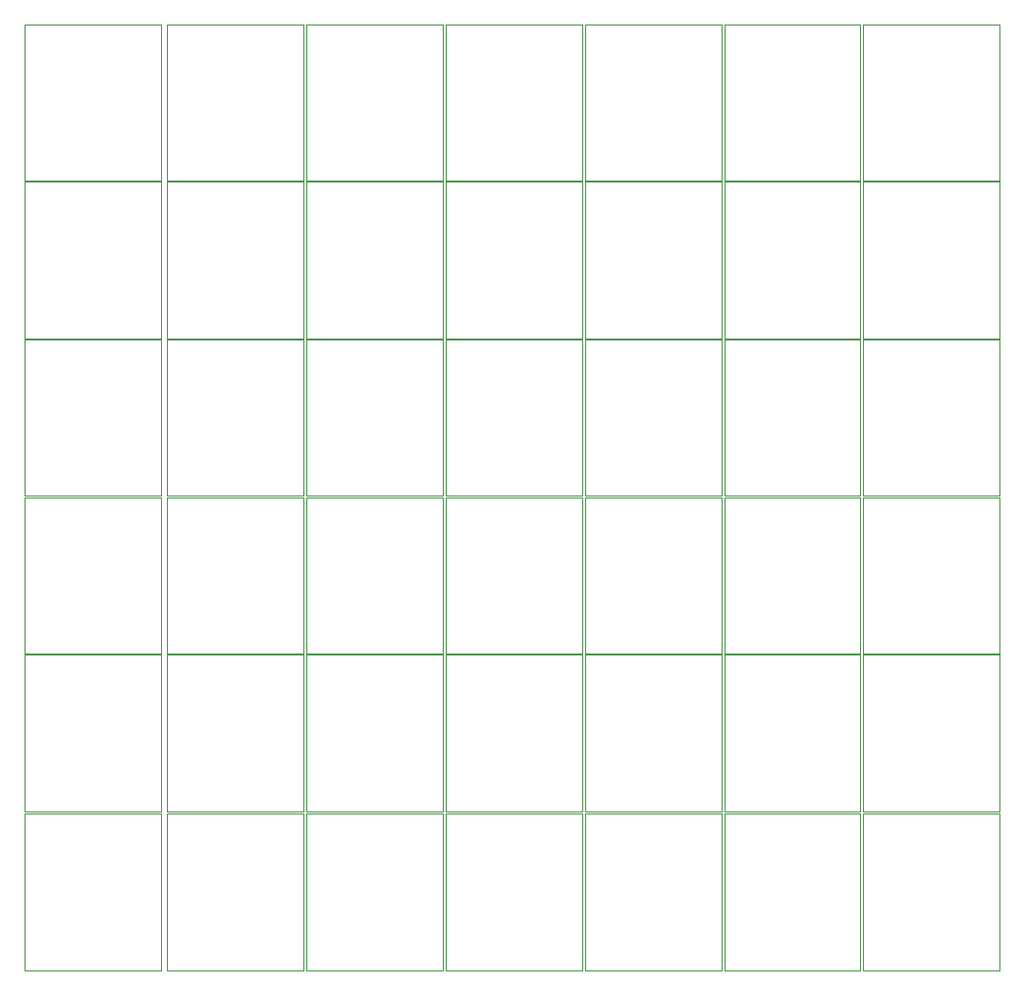
<source format=gbr>
G04 #@! TF.GenerationSoftware,KiCad,Pcbnew,5.0.2-bee76a0~70~ubuntu18.04.1*
G04 #@! TF.CreationDate,2019-05-10T19:11:01+02:00*
G04 #@! TF.ProjectId,spi_connector_board_5x5_panel,7370695f-636f-46e6-9e65-63746f725f62,rev?*
G04 #@! TF.SameCoordinates,Original*
G04 #@! TF.FileFunction,Profile,NP*
%FSLAX46Y46*%
G04 Gerber Fmt 4.6, Leading zero omitted, Abs format (unit mm)*
G04 Created by KiCad (PCBNEW 5.0.2-bee76a0~70~ubuntu18.04.1) date Fr 10 Mai 2019 19:11:01 CEST*
%MOMM*%
%LPD*%
G01*
G04 APERTURE LIST*
%ADD10C,0.050000*%
G04 APERTURE END LIST*
D10*
X95072500Y-111131500D02*
X95072500Y-97631500D01*
X95072500Y-138447500D02*
X95072500Y-124947500D01*
X106822500Y-83931500D02*
X95072500Y-83931500D01*
X106822500Y-97531500D02*
X95072500Y-97531500D01*
X95072500Y-70331500D02*
X95072500Y-56831500D01*
X106822500Y-84031500D02*
X106822500Y-97531500D01*
X95072500Y-97631500D02*
X106822500Y-97631500D01*
X95072500Y-124947500D02*
X106822500Y-124947500D01*
X106822500Y-111131500D02*
X95072500Y-111131500D01*
X95072500Y-97531500D02*
X95072500Y-84031500D01*
X106822500Y-111231500D02*
X106822500Y-124731500D01*
X106822500Y-124731500D02*
X95072500Y-124731500D01*
X106822500Y-124947500D02*
X106822500Y-138447500D01*
X95072500Y-70431500D02*
X106822500Y-70431500D01*
X106822500Y-56831500D02*
X106822500Y-70331500D01*
X106822500Y-70431500D02*
X106822500Y-83931500D01*
X95072500Y-84031500D02*
X106822500Y-84031500D01*
X106822500Y-70331500D02*
X95072500Y-70331500D01*
X95072500Y-111231500D02*
X106822500Y-111231500D01*
X95072500Y-56831500D02*
X106822500Y-56831500D01*
X106822500Y-138447500D02*
X95072500Y-138447500D01*
X106822500Y-97631500D02*
X106822500Y-111131500D01*
X95072500Y-124731500D02*
X95072500Y-111231500D01*
X95072500Y-83931500D02*
X95072500Y-70431500D01*
X119078000Y-124947500D02*
X119078000Y-138447500D01*
X143393000Y-124947500D02*
X155143000Y-124947500D01*
X119078000Y-138447500D02*
X107328000Y-138447500D01*
X119393000Y-124947500D02*
X131143000Y-124947500D01*
X107328000Y-124947500D02*
X119078000Y-124947500D01*
X131143000Y-124947500D02*
X131143000Y-138447500D01*
X143143000Y-124947500D02*
X143143000Y-138447500D01*
X155143000Y-124947500D02*
X155143000Y-138447500D01*
X131393000Y-124947500D02*
X143143000Y-124947500D01*
X167143000Y-124947500D02*
X167143000Y-138447500D01*
X179143000Y-124947500D02*
X179143000Y-138447500D01*
X131143000Y-138447500D02*
X119393000Y-138447500D01*
X143143000Y-138447500D02*
X131393000Y-138447500D01*
X155143000Y-138447500D02*
X143393000Y-138447500D01*
X167143000Y-138447500D02*
X155393000Y-138447500D01*
X179143000Y-138447500D02*
X167393000Y-138447500D01*
X119393000Y-138447500D02*
X119393000Y-124947500D01*
X131393000Y-138447500D02*
X131393000Y-124947500D01*
X143393000Y-138447500D02*
X143393000Y-124947500D01*
X155393000Y-138447500D02*
X155393000Y-124947500D01*
X167393000Y-138447500D02*
X167393000Y-124947500D01*
X155393000Y-124947500D02*
X167143000Y-124947500D01*
X107328000Y-138447500D02*
X107328000Y-124947500D01*
X167393000Y-124947500D02*
X179143000Y-124947500D01*
X119078000Y-97631500D02*
X119078000Y-111131500D01*
X107328000Y-84031500D02*
X119078000Y-84031500D01*
X119078000Y-84031500D02*
X119078000Y-97531500D01*
X107328000Y-97631500D02*
X119078000Y-97631500D01*
X107328000Y-111231500D02*
X119078000Y-111231500D01*
X119078000Y-70431500D02*
X119078000Y-83931500D01*
X107328000Y-70331500D02*
X107328000Y-56831500D01*
X119078000Y-70331500D02*
X107328000Y-70331500D01*
X119078000Y-111231500D02*
X119078000Y-124731500D01*
X107328000Y-70431500D02*
X119078000Y-70431500D01*
X119078000Y-83931500D02*
X107328000Y-83931500D01*
X119078000Y-97531500D02*
X107328000Y-97531500D01*
X119078000Y-111131500D02*
X107328000Y-111131500D01*
X119078000Y-124731500D02*
X107328000Y-124731500D01*
X107328000Y-83931500D02*
X107328000Y-70431500D01*
X107328000Y-97531500D02*
X107328000Y-84031500D01*
X107328000Y-111131500D02*
X107328000Y-97631500D01*
X107328000Y-124731500D02*
X107328000Y-111231500D01*
X119078000Y-56831500D02*
X119078000Y-70331500D01*
X107328000Y-56831500D02*
X119078000Y-56831500D01*
X167393000Y-124731500D02*
X167393000Y-111231500D01*
X155393000Y-124731500D02*
X155393000Y-111231500D01*
X143393000Y-124731500D02*
X143393000Y-111231500D01*
X131393000Y-124731500D02*
X131393000Y-111231500D01*
X119393000Y-124731500D02*
X119393000Y-111231500D01*
X167393000Y-111131500D02*
X167393000Y-97631500D01*
X155393000Y-111131500D02*
X155393000Y-97631500D01*
X143393000Y-111131500D02*
X143393000Y-97631500D01*
X131393000Y-111131500D02*
X131393000Y-97631500D01*
X119393000Y-111131500D02*
X119393000Y-97631500D01*
X167393000Y-97531500D02*
X167393000Y-84031500D01*
X155393000Y-97531500D02*
X155393000Y-84031500D01*
X143393000Y-97531500D02*
X143393000Y-84031500D01*
X131393000Y-97531500D02*
X131393000Y-84031500D01*
X119393000Y-97531500D02*
X119393000Y-84031500D01*
X167393000Y-83931500D02*
X167393000Y-70431500D01*
X155393000Y-83931500D02*
X155393000Y-70431500D01*
X143393000Y-83931500D02*
X143393000Y-70431500D01*
X131393000Y-83931500D02*
X131393000Y-70431500D01*
X119393000Y-83931500D02*
X119393000Y-70431500D01*
X167393000Y-70331500D02*
X167393000Y-56831500D01*
X155393000Y-70331500D02*
X155393000Y-56831500D01*
X143393000Y-70331500D02*
X143393000Y-56831500D01*
X131393000Y-70331500D02*
X131393000Y-56831500D01*
X179143000Y-124731500D02*
X167393000Y-124731500D01*
X167143000Y-124731500D02*
X155393000Y-124731500D01*
X155143000Y-124731500D02*
X143393000Y-124731500D01*
X143143000Y-124731500D02*
X131393000Y-124731500D01*
X131143000Y-124731500D02*
X119393000Y-124731500D01*
X179143000Y-111131500D02*
X167393000Y-111131500D01*
X167143000Y-111131500D02*
X155393000Y-111131500D01*
X155143000Y-111131500D02*
X143393000Y-111131500D01*
X143143000Y-111131500D02*
X131393000Y-111131500D01*
X131143000Y-111131500D02*
X119393000Y-111131500D01*
X179143000Y-97531500D02*
X167393000Y-97531500D01*
X167143000Y-97531500D02*
X155393000Y-97531500D01*
X155143000Y-97531500D02*
X143393000Y-97531500D01*
X143143000Y-97531500D02*
X131393000Y-97531500D01*
X131143000Y-97531500D02*
X119393000Y-97531500D01*
X179143000Y-83931500D02*
X167393000Y-83931500D01*
X167143000Y-83931500D02*
X155393000Y-83931500D01*
X155143000Y-83931500D02*
X143393000Y-83931500D01*
X143143000Y-83931500D02*
X131393000Y-83931500D01*
X131143000Y-83931500D02*
X119393000Y-83931500D01*
X179143000Y-70331500D02*
X167393000Y-70331500D01*
X167143000Y-70331500D02*
X155393000Y-70331500D01*
X155143000Y-70331500D02*
X143393000Y-70331500D01*
X143143000Y-70331500D02*
X131393000Y-70331500D01*
X179143000Y-111231500D02*
X179143000Y-124731500D01*
X167143000Y-111231500D02*
X167143000Y-124731500D01*
X155143000Y-111231500D02*
X155143000Y-124731500D01*
X143143000Y-111231500D02*
X143143000Y-124731500D01*
X131143000Y-111231500D02*
X131143000Y-124731500D01*
X179143000Y-97631500D02*
X179143000Y-111131500D01*
X167143000Y-97631500D02*
X167143000Y-111131500D01*
X155143000Y-97631500D02*
X155143000Y-111131500D01*
X143143000Y-97631500D02*
X143143000Y-111131500D01*
X131143000Y-97631500D02*
X131143000Y-111131500D01*
X179143000Y-84031500D02*
X179143000Y-97531500D01*
X167143000Y-84031500D02*
X167143000Y-97531500D01*
X155143000Y-84031500D02*
X155143000Y-97531500D01*
X143143000Y-84031500D02*
X143143000Y-97531500D01*
X131143000Y-84031500D02*
X131143000Y-97531500D01*
X179143000Y-70431500D02*
X179143000Y-83931500D01*
X167143000Y-70431500D02*
X167143000Y-83931500D01*
X155143000Y-70431500D02*
X155143000Y-83931500D01*
X143143000Y-70431500D02*
X143143000Y-83931500D01*
X131143000Y-70431500D02*
X131143000Y-83931500D01*
X179143000Y-56831500D02*
X179143000Y-70331500D01*
X167143000Y-56831500D02*
X167143000Y-70331500D01*
X155143000Y-56831500D02*
X155143000Y-70331500D01*
X143143000Y-56831500D02*
X143143000Y-70331500D01*
X167393000Y-111231500D02*
X179143000Y-111231500D01*
X155393000Y-111231500D02*
X167143000Y-111231500D01*
X143393000Y-111231500D02*
X155143000Y-111231500D01*
X131393000Y-111231500D02*
X143143000Y-111231500D01*
X119393000Y-111231500D02*
X131143000Y-111231500D01*
X167393000Y-97631500D02*
X179143000Y-97631500D01*
X155393000Y-97631500D02*
X167143000Y-97631500D01*
X143393000Y-97631500D02*
X155143000Y-97631500D01*
X131393000Y-97631500D02*
X143143000Y-97631500D01*
X119393000Y-97631500D02*
X131143000Y-97631500D01*
X167393000Y-84031500D02*
X179143000Y-84031500D01*
X155393000Y-84031500D02*
X167143000Y-84031500D01*
X143393000Y-84031500D02*
X155143000Y-84031500D01*
X131393000Y-84031500D02*
X143143000Y-84031500D01*
X119393000Y-84031500D02*
X131143000Y-84031500D01*
X167393000Y-70431500D02*
X179143000Y-70431500D01*
X155393000Y-70431500D02*
X167143000Y-70431500D01*
X143393000Y-70431500D02*
X155143000Y-70431500D01*
X131393000Y-70431500D02*
X143143000Y-70431500D01*
X119393000Y-70431500D02*
X131143000Y-70431500D01*
X167393000Y-56831500D02*
X179143000Y-56831500D01*
X155393000Y-56831500D02*
X167143000Y-56831500D01*
X143393000Y-56831500D02*
X155143000Y-56831500D01*
X131393000Y-56831500D02*
X143143000Y-56831500D01*
X119393000Y-70331500D02*
X119393000Y-56831500D01*
X131143000Y-70331500D02*
X119393000Y-70331500D01*
X131143000Y-56831500D02*
X131143000Y-70331500D01*
X119393000Y-56831500D02*
X131143000Y-56831500D01*
M02*

</source>
